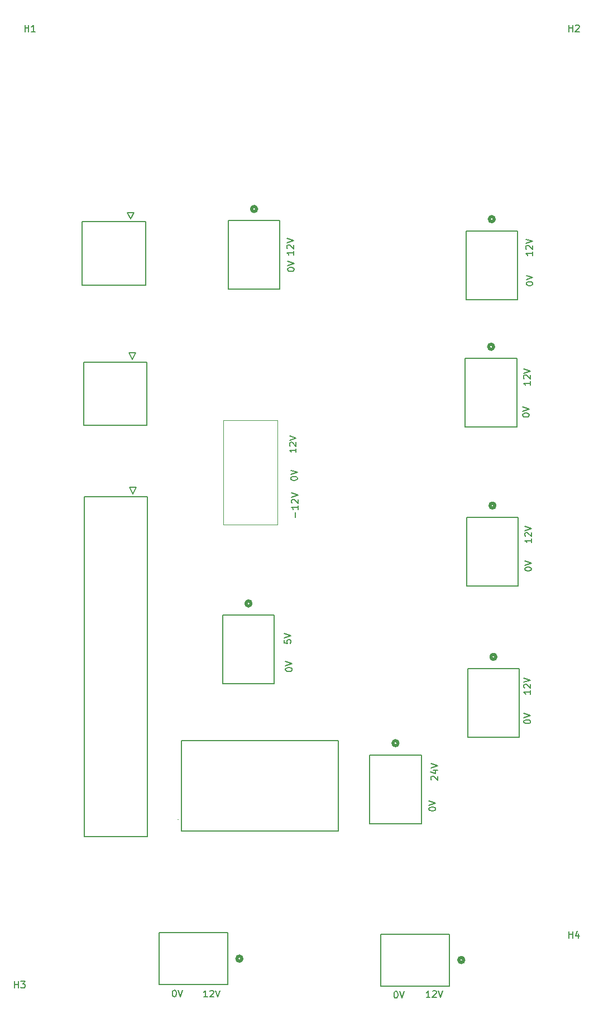
<source format=gbr>
%TF.GenerationSoftware,KiCad,Pcbnew,7.0.8-7.0.8~ubuntu22.04.1*%
%TF.CreationDate,2025-01-17T11:03:05+01:00*%
%TF.ProjectId,supply_interface,73757070-6c79-45f6-996e-746572666163,rev?*%
%TF.SameCoordinates,Original*%
%TF.FileFunction,Legend,Top*%
%TF.FilePolarity,Positive*%
%FSLAX46Y46*%
G04 Gerber Fmt 4.6, Leading zero omitted, Abs format (unit mm)*
G04 Created by KiCad (PCBNEW 7.0.8-7.0.8~ubuntu22.04.1) date 2025-01-17 11:03:05*
%MOMM*%
%LPD*%
G01*
G04 APERTURE LIST*
%ADD10C,0.200000*%
%ADD11C,0.150000*%
%ADD12C,0.127000*%
%ADD13C,0.152400*%
%ADD14C,0.508000*%
%ADD15C,0.100000*%
G04 APERTURE END LIST*
D10*
X66860149Y-171867219D02*
X66955387Y-171867219D01*
X66955387Y-171867219D02*
X67050625Y-171914838D01*
X67050625Y-171914838D02*
X67098244Y-171962457D01*
X67098244Y-171962457D02*
X67145863Y-172057695D01*
X67145863Y-172057695D02*
X67193482Y-172248171D01*
X67193482Y-172248171D02*
X67193482Y-172486266D01*
X67193482Y-172486266D02*
X67145863Y-172676742D01*
X67145863Y-172676742D02*
X67098244Y-172771980D01*
X67098244Y-172771980D02*
X67050625Y-172819600D01*
X67050625Y-172819600D02*
X66955387Y-172867219D01*
X66955387Y-172867219D02*
X66860149Y-172867219D01*
X66860149Y-172867219D02*
X66764911Y-172819600D01*
X66764911Y-172819600D02*
X66717292Y-172771980D01*
X66717292Y-172771980D02*
X66669673Y-172676742D01*
X66669673Y-172676742D02*
X66622054Y-172486266D01*
X66622054Y-172486266D02*
X66622054Y-172248171D01*
X66622054Y-172248171D02*
X66669673Y-172057695D01*
X66669673Y-172057695D02*
X66717292Y-171962457D01*
X66717292Y-171962457D02*
X66764911Y-171914838D01*
X66764911Y-171914838D02*
X66860149Y-171867219D01*
X67479197Y-171867219D02*
X67812530Y-172867219D01*
X67812530Y-172867219D02*
X68145863Y-171867219D01*
X105517219Y-144439850D02*
X105517219Y-144344612D01*
X105517219Y-144344612D02*
X105564838Y-144249374D01*
X105564838Y-144249374D02*
X105612457Y-144201755D01*
X105612457Y-144201755D02*
X105707695Y-144154136D01*
X105707695Y-144154136D02*
X105898171Y-144106517D01*
X105898171Y-144106517D02*
X106136266Y-144106517D01*
X106136266Y-144106517D02*
X106326742Y-144154136D01*
X106326742Y-144154136D02*
X106421980Y-144201755D01*
X106421980Y-144201755D02*
X106469600Y-144249374D01*
X106469600Y-144249374D02*
X106517219Y-144344612D01*
X106517219Y-144344612D02*
X106517219Y-144439850D01*
X106517219Y-144439850D02*
X106469600Y-144535088D01*
X106469600Y-144535088D02*
X106421980Y-144582707D01*
X106421980Y-144582707D02*
X106326742Y-144630326D01*
X106326742Y-144630326D02*
X106136266Y-144677945D01*
X106136266Y-144677945D02*
X105898171Y-144677945D01*
X105898171Y-144677945D02*
X105707695Y-144630326D01*
X105707695Y-144630326D02*
X105612457Y-144582707D01*
X105612457Y-144582707D02*
X105564838Y-144535088D01*
X105564838Y-144535088D02*
X105517219Y-144439850D01*
X105517219Y-143820802D02*
X106517219Y-143487469D01*
X106517219Y-143487469D02*
X105517219Y-143154136D01*
X120067219Y-108039850D02*
X120067219Y-107944612D01*
X120067219Y-107944612D02*
X120114838Y-107849374D01*
X120114838Y-107849374D02*
X120162457Y-107801755D01*
X120162457Y-107801755D02*
X120257695Y-107754136D01*
X120257695Y-107754136D02*
X120448171Y-107706517D01*
X120448171Y-107706517D02*
X120686266Y-107706517D01*
X120686266Y-107706517D02*
X120876742Y-107754136D01*
X120876742Y-107754136D02*
X120971980Y-107801755D01*
X120971980Y-107801755D02*
X121019600Y-107849374D01*
X121019600Y-107849374D02*
X121067219Y-107944612D01*
X121067219Y-107944612D02*
X121067219Y-108039850D01*
X121067219Y-108039850D02*
X121019600Y-108135088D01*
X121019600Y-108135088D02*
X120971980Y-108182707D01*
X120971980Y-108182707D02*
X120876742Y-108230326D01*
X120876742Y-108230326D02*
X120686266Y-108277945D01*
X120686266Y-108277945D02*
X120448171Y-108277945D01*
X120448171Y-108277945D02*
X120257695Y-108230326D01*
X120257695Y-108230326D02*
X120162457Y-108182707D01*
X120162457Y-108182707D02*
X120114838Y-108135088D01*
X120114838Y-108135088D02*
X120067219Y-108039850D01*
X120067219Y-107420802D02*
X121067219Y-107087469D01*
X121067219Y-107087469D02*
X120067219Y-106754136D01*
X105912457Y-139977945D02*
X105864838Y-139930326D01*
X105864838Y-139930326D02*
X105817219Y-139835088D01*
X105817219Y-139835088D02*
X105817219Y-139596993D01*
X105817219Y-139596993D02*
X105864838Y-139501755D01*
X105864838Y-139501755D02*
X105912457Y-139454136D01*
X105912457Y-139454136D02*
X106007695Y-139406517D01*
X106007695Y-139406517D02*
X106102933Y-139406517D01*
X106102933Y-139406517D02*
X106245790Y-139454136D01*
X106245790Y-139454136D02*
X106817219Y-140025564D01*
X106817219Y-140025564D02*
X106817219Y-139406517D01*
X106150552Y-138549374D02*
X106817219Y-138549374D01*
X105769600Y-138787469D02*
X106483885Y-139025564D01*
X106483885Y-139025564D02*
X106483885Y-138406517D01*
X105817219Y-138168421D02*
X106817219Y-137835088D01*
X106817219Y-137835088D02*
X105817219Y-137501755D01*
X84067219Y-62589850D02*
X84067219Y-62494612D01*
X84067219Y-62494612D02*
X84114838Y-62399374D01*
X84114838Y-62399374D02*
X84162457Y-62351755D01*
X84162457Y-62351755D02*
X84257695Y-62304136D01*
X84257695Y-62304136D02*
X84448171Y-62256517D01*
X84448171Y-62256517D02*
X84686266Y-62256517D01*
X84686266Y-62256517D02*
X84876742Y-62304136D01*
X84876742Y-62304136D02*
X84971980Y-62351755D01*
X84971980Y-62351755D02*
X85019600Y-62399374D01*
X85019600Y-62399374D02*
X85067219Y-62494612D01*
X85067219Y-62494612D02*
X85067219Y-62589850D01*
X85067219Y-62589850D02*
X85019600Y-62685088D01*
X85019600Y-62685088D02*
X84971980Y-62732707D01*
X84971980Y-62732707D02*
X84876742Y-62780326D01*
X84876742Y-62780326D02*
X84686266Y-62827945D01*
X84686266Y-62827945D02*
X84448171Y-62827945D01*
X84448171Y-62827945D02*
X84257695Y-62780326D01*
X84257695Y-62780326D02*
X84162457Y-62732707D01*
X84162457Y-62732707D02*
X84114838Y-62685088D01*
X84114838Y-62685088D02*
X84067219Y-62589850D01*
X84067219Y-61970802D02*
X85067219Y-61637469D01*
X85067219Y-61637469D02*
X84067219Y-61304136D01*
X119717219Y-84689850D02*
X119717219Y-84594612D01*
X119717219Y-84594612D02*
X119764838Y-84499374D01*
X119764838Y-84499374D02*
X119812457Y-84451755D01*
X119812457Y-84451755D02*
X119907695Y-84404136D01*
X119907695Y-84404136D02*
X120098171Y-84356517D01*
X120098171Y-84356517D02*
X120336266Y-84356517D01*
X120336266Y-84356517D02*
X120526742Y-84404136D01*
X120526742Y-84404136D02*
X120621980Y-84451755D01*
X120621980Y-84451755D02*
X120669600Y-84499374D01*
X120669600Y-84499374D02*
X120717219Y-84594612D01*
X120717219Y-84594612D02*
X120717219Y-84689850D01*
X120717219Y-84689850D02*
X120669600Y-84785088D01*
X120669600Y-84785088D02*
X120621980Y-84832707D01*
X120621980Y-84832707D02*
X120526742Y-84880326D01*
X120526742Y-84880326D02*
X120336266Y-84927945D01*
X120336266Y-84927945D02*
X120098171Y-84927945D01*
X120098171Y-84927945D02*
X119907695Y-84880326D01*
X119907695Y-84880326D02*
X119812457Y-84832707D01*
X119812457Y-84832707D02*
X119764838Y-84785088D01*
X119764838Y-84785088D02*
X119717219Y-84689850D01*
X119717219Y-84070802D02*
X120717219Y-83737469D01*
X120717219Y-83737469D02*
X119717219Y-83404136D01*
X120917219Y-126406517D02*
X120917219Y-126977945D01*
X120917219Y-126692231D02*
X119917219Y-126692231D01*
X119917219Y-126692231D02*
X120060076Y-126787469D01*
X120060076Y-126787469D02*
X120155314Y-126882707D01*
X120155314Y-126882707D02*
X120202933Y-126977945D01*
X120012457Y-126025564D02*
X119964838Y-125977945D01*
X119964838Y-125977945D02*
X119917219Y-125882707D01*
X119917219Y-125882707D02*
X119917219Y-125644612D01*
X119917219Y-125644612D02*
X119964838Y-125549374D01*
X119964838Y-125549374D02*
X120012457Y-125501755D01*
X120012457Y-125501755D02*
X120107695Y-125454136D01*
X120107695Y-125454136D02*
X120202933Y-125454136D01*
X120202933Y-125454136D02*
X120345790Y-125501755D01*
X120345790Y-125501755D02*
X120917219Y-126073183D01*
X120917219Y-126073183D02*
X120917219Y-125454136D01*
X119917219Y-125168421D02*
X120917219Y-124835088D01*
X120917219Y-124835088D02*
X119917219Y-124501755D01*
X120267219Y-64739850D02*
X120267219Y-64644612D01*
X120267219Y-64644612D02*
X120314838Y-64549374D01*
X120314838Y-64549374D02*
X120362457Y-64501755D01*
X120362457Y-64501755D02*
X120457695Y-64454136D01*
X120457695Y-64454136D02*
X120648171Y-64406517D01*
X120648171Y-64406517D02*
X120886266Y-64406517D01*
X120886266Y-64406517D02*
X121076742Y-64454136D01*
X121076742Y-64454136D02*
X121171980Y-64501755D01*
X121171980Y-64501755D02*
X121219600Y-64549374D01*
X121219600Y-64549374D02*
X121267219Y-64644612D01*
X121267219Y-64644612D02*
X121267219Y-64739850D01*
X121267219Y-64739850D02*
X121219600Y-64835088D01*
X121219600Y-64835088D02*
X121171980Y-64882707D01*
X121171980Y-64882707D02*
X121076742Y-64930326D01*
X121076742Y-64930326D02*
X120886266Y-64977945D01*
X120886266Y-64977945D02*
X120648171Y-64977945D01*
X120648171Y-64977945D02*
X120457695Y-64930326D01*
X120457695Y-64930326D02*
X120362457Y-64882707D01*
X120362457Y-64882707D02*
X120314838Y-64835088D01*
X120314838Y-64835088D02*
X120267219Y-64739850D01*
X120267219Y-64120802D02*
X121267219Y-63787469D01*
X121267219Y-63787469D02*
X120267219Y-63454136D01*
X83567219Y-118754136D02*
X83567219Y-119230326D01*
X83567219Y-119230326D02*
X84043409Y-119277945D01*
X84043409Y-119277945D02*
X83995790Y-119230326D01*
X83995790Y-119230326D02*
X83948171Y-119135088D01*
X83948171Y-119135088D02*
X83948171Y-118896993D01*
X83948171Y-118896993D02*
X83995790Y-118801755D01*
X83995790Y-118801755D02*
X84043409Y-118754136D01*
X84043409Y-118754136D02*
X84138647Y-118706517D01*
X84138647Y-118706517D02*
X84376742Y-118706517D01*
X84376742Y-118706517D02*
X84471980Y-118754136D01*
X84471980Y-118754136D02*
X84519600Y-118801755D01*
X84519600Y-118801755D02*
X84567219Y-118896993D01*
X84567219Y-118896993D02*
X84567219Y-119135088D01*
X84567219Y-119135088D02*
X84519600Y-119230326D01*
X84519600Y-119230326D02*
X84471980Y-119277945D01*
X83567219Y-118420802D02*
X84567219Y-118087469D01*
X84567219Y-118087469D02*
X83567219Y-117754136D01*
X84567219Y-94289850D02*
X84567219Y-94194612D01*
X84567219Y-94194612D02*
X84614838Y-94099374D01*
X84614838Y-94099374D02*
X84662457Y-94051755D01*
X84662457Y-94051755D02*
X84757695Y-94004136D01*
X84757695Y-94004136D02*
X84948171Y-93956517D01*
X84948171Y-93956517D02*
X85186266Y-93956517D01*
X85186266Y-93956517D02*
X85376742Y-94004136D01*
X85376742Y-94004136D02*
X85471980Y-94051755D01*
X85471980Y-94051755D02*
X85519600Y-94099374D01*
X85519600Y-94099374D02*
X85567219Y-94194612D01*
X85567219Y-94194612D02*
X85567219Y-94289850D01*
X85567219Y-94289850D02*
X85519600Y-94385088D01*
X85519600Y-94385088D02*
X85471980Y-94432707D01*
X85471980Y-94432707D02*
X85376742Y-94480326D01*
X85376742Y-94480326D02*
X85186266Y-94527945D01*
X85186266Y-94527945D02*
X84948171Y-94527945D01*
X84948171Y-94527945D02*
X84757695Y-94480326D01*
X84757695Y-94480326D02*
X84662457Y-94432707D01*
X84662457Y-94432707D02*
X84614838Y-94385088D01*
X84614838Y-94385088D02*
X84567219Y-94289850D01*
X84567219Y-93670802D02*
X85567219Y-93337469D01*
X85567219Y-93337469D02*
X84567219Y-93004136D01*
X100460149Y-172067219D02*
X100555387Y-172067219D01*
X100555387Y-172067219D02*
X100650625Y-172114838D01*
X100650625Y-172114838D02*
X100698244Y-172162457D01*
X100698244Y-172162457D02*
X100745863Y-172257695D01*
X100745863Y-172257695D02*
X100793482Y-172448171D01*
X100793482Y-172448171D02*
X100793482Y-172686266D01*
X100793482Y-172686266D02*
X100745863Y-172876742D01*
X100745863Y-172876742D02*
X100698244Y-172971980D01*
X100698244Y-172971980D02*
X100650625Y-173019600D01*
X100650625Y-173019600D02*
X100555387Y-173067219D01*
X100555387Y-173067219D02*
X100460149Y-173067219D01*
X100460149Y-173067219D02*
X100364911Y-173019600D01*
X100364911Y-173019600D02*
X100317292Y-172971980D01*
X100317292Y-172971980D02*
X100269673Y-172876742D01*
X100269673Y-172876742D02*
X100222054Y-172686266D01*
X100222054Y-172686266D02*
X100222054Y-172448171D01*
X100222054Y-172448171D02*
X100269673Y-172257695D01*
X100269673Y-172257695D02*
X100317292Y-172162457D01*
X100317292Y-172162457D02*
X100364911Y-172114838D01*
X100364911Y-172114838D02*
X100460149Y-172067219D01*
X101079197Y-172067219D02*
X101412530Y-173067219D01*
X101412530Y-173067219D02*
X101745863Y-172067219D01*
X85286266Y-100130326D02*
X85286266Y-99368422D01*
X85667219Y-98368422D02*
X85667219Y-98939850D01*
X85667219Y-98654136D02*
X84667219Y-98654136D01*
X84667219Y-98654136D02*
X84810076Y-98749374D01*
X84810076Y-98749374D02*
X84905314Y-98844612D01*
X84905314Y-98844612D02*
X84952933Y-98939850D01*
X84762457Y-97987469D02*
X84714838Y-97939850D01*
X84714838Y-97939850D02*
X84667219Y-97844612D01*
X84667219Y-97844612D02*
X84667219Y-97606517D01*
X84667219Y-97606517D02*
X84714838Y-97511279D01*
X84714838Y-97511279D02*
X84762457Y-97463660D01*
X84762457Y-97463660D02*
X84857695Y-97416041D01*
X84857695Y-97416041D02*
X84952933Y-97416041D01*
X84952933Y-97416041D02*
X85095790Y-97463660D01*
X85095790Y-97463660D02*
X85667219Y-98035088D01*
X85667219Y-98035088D02*
X85667219Y-97416041D01*
X84667219Y-97130326D02*
X85667219Y-96796993D01*
X85667219Y-96796993D02*
X84667219Y-96463660D01*
X105693482Y-172967219D02*
X105122054Y-172967219D01*
X105407768Y-172967219D02*
X105407768Y-171967219D01*
X105407768Y-171967219D02*
X105312530Y-172110076D01*
X105312530Y-172110076D02*
X105217292Y-172205314D01*
X105217292Y-172205314D02*
X105122054Y-172252933D01*
X106074435Y-172062457D02*
X106122054Y-172014838D01*
X106122054Y-172014838D02*
X106217292Y-171967219D01*
X106217292Y-171967219D02*
X106455387Y-171967219D01*
X106455387Y-171967219D02*
X106550625Y-172014838D01*
X106550625Y-172014838D02*
X106598244Y-172062457D01*
X106598244Y-172062457D02*
X106645863Y-172157695D01*
X106645863Y-172157695D02*
X106645863Y-172252933D01*
X106645863Y-172252933D02*
X106598244Y-172395790D01*
X106598244Y-172395790D02*
X106026816Y-172967219D01*
X106026816Y-172967219D02*
X106645863Y-172967219D01*
X106931578Y-171967219D02*
X107264911Y-172967219D01*
X107264911Y-172967219D02*
X107598244Y-171967219D01*
X121067219Y-103406517D02*
X121067219Y-103977945D01*
X121067219Y-103692231D02*
X120067219Y-103692231D01*
X120067219Y-103692231D02*
X120210076Y-103787469D01*
X120210076Y-103787469D02*
X120305314Y-103882707D01*
X120305314Y-103882707D02*
X120352933Y-103977945D01*
X120162457Y-103025564D02*
X120114838Y-102977945D01*
X120114838Y-102977945D02*
X120067219Y-102882707D01*
X120067219Y-102882707D02*
X120067219Y-102644612D01*
X120067219Y-102644612D02*
X120114838Y-102549374D01*
X120114838Y-102549374D02*
X120162457Y-102501755D01*
X120162457Y-102501755D02*
X120257695Y-102454136D01*
X120257695Y-102454136D02*
X120352933Y-102454136D01*
X120352933Y-102454136D02*
X120495790Y-102501755D01*
X120495790Y-102501755D02*
X121067219Y-103073183D01*
X121067219Y-103073183D02*
X121067219Y-102454136D01*
X120067219Y-102168421D02*
X121067219Y-101835088D01*
X121067219Y-101835088D02*
X120067219Y-101501755D01*
X119917219Y-131189850D02*
X119917219Y-131094612D01*
X119917219Y-131094612D02*
X119964838Y-130999374D01*
X119964838Y-130999374D02*
X120012457Y-130951755D01*
X120012457Y-130951755D02*
X120107695Y-130904136D01*
X120107695Y-130904136D02*
X120298171Y-130856517D01*
X120298171Y-130856517D02*
X120536266Y-130856517D01*
X120536266Y-130856517D02*
X120726742Y-130904136D01*
X120726742Y-130904136D02*
X120821980Y-130951755D01*
X120821980Y-130951755D02*
X120869600Y-130999374D01*
X120869600Y-130999374D02*
X120917219Y-131094612D01*
X120917219Y-131094612D02*
X120917219Y-131189850D01*
X120917219Y-131189850D02*
X120869600Y-131285088D01*
X120869600Y-131285088D02*
X120821980Y-131332707D01*
X120821980Y-131332707D02*
X120726742Y-131380326D01*
X120726742Y-131380326D02*
X120536266Y-131427945D01*
X120536266Y-131427945D02*
X120298171Y-131427945D01*
X120298171Y-131427945D02*
X120107695Y-131380326D01*
X120107695Y-131380326D02*
X120012457Y-131332707D01*
X120012457Y-131332707D02*
X119964838Y-131285088D01*
X119964838Y-131285088D02*
X119917219Y-131189850D01*
X119917219Y-130570802D02*
X120917219Y-130237469D01*
X120917219Y-130237469D02*
X119917219Y-129904136D01*
X71943482Y-172917219D02*
X71372054Y-172917219D01*
X71657768Y-172917219D02*
X71657768Y-171917219D01*
X71657768Y-171917219D02*
X71562530Y-172060076D01*
X71562530Y-172060076D02*
X71467292Y-172155314D01*
X71467292Y-172155314D02*
X71372054Y-172202933D01*
X72324435Y-172012457D02*
X72372054Y-171964838D01*
X72372054Y-171964838D02*
X72467292Y-171917219D01*
X72467292Y-171917219D02*
X72705387Y-171917219D01*
X72705387Y-171917219D02*
X72800625Y-171964838D01*
X72800625Y-171964838D02*
X72848244Y-172012457D01*
X72848244Y-172012457D02*
X72895863Y-172107695D01*
X72895863Y-172107695D02*
X72895863Y-172202933D01*
X72895863Y-172202933D02*
X72848244Y-172345790D01*
X72848244Y-172345790D02*
X72276816Y-172917219D01*
X72276816Y-172917219D02*
X72895863Y-172917219D01*
X73181578Y-171917219D02*
X73514911Y-172917219D01*
X73514911Y-172917219D02*
X73848244Y-171917219D01*
X121217219Y-59856517D02*
X121217219Y-60427945D01*
X121217219Y-60142231D02*
X120217219Y-60142231D01*
X120217219Y-60142231D02*
X120360076Y-60237469D01*
X120360076Y-60237469D02*
X120455314Y-60332707D01*
X120455314Y-60332707D02*
X120502933Y-60427945D01*
X120312457Y-59475564D02*
X120264838Y-59427945D01*
X120264838Y-59427945D02*
X120217219Y-59332707D01*
X120217219Y-59332707D02*
X120217219Y-59094612D01*
X120217219Y-59094612D02*
X120264838Y-58999374D01*
X120264838Y-58999374D02*
X120312457Y-58951755D01*
X120312457Y-58951755D02*
X120407695Y-58904136D01*
X120407695Y-58904136D02*
X120502933Y-58904136D01*
X120502933Y-58904136D02*
X120645790Y-58951755D01*
X120645790Y-58951755D02*
X121217219Y-59523183D01*
X121217219Y-59523183D02*
X121217219Y-58904136D01*
X120217219Y-58618421D02*
X121217219Y-58285088D01*
X121217219Y-58285088D02*
X120217219Y-57951755D01*
X83767219Y-123289850D02*
X83767219Y-123194612D01*
X83767219Y-123194612D02*
X83814838Y-123099374D01*
X83814838Y-123099374D02*
X83862457Y-123051755D01*
X83862457Y-123051755D02*
X83957695Y-123004136D01*
X83957695Y-123004136D02*
X84148171Y-122956517D01*
X84148171Y-122956517D02*
X84386266Y-122956517D01*
X84386266Y-122956517D02*
X84576742Y-123004136D01*
X84576742Y-123004136D02*
X84671980Y-123051755D01*
X84671980Y-123051755D02*
X84719600Y-123099374D01*
X84719600Y-123099374D02*
X84767219Y-123194612D01*
X84767219Y-123194612D02*
X84767219Y-123289850D01*
X84767219Y-123289850D02*
X84719600Y-123385088D01*
X84719600Y-123385088D02*
X84671980Y-123432707D01*
X84671980Y-123432707D02*
X84576742Y-123480326D01*
X84576742Y-123480326D02*
X84386266Y-123527945D01*
X84386266Y-123527945D02*
X84148171Y-123527945D01*
X84148171Y-123527945D02*
X83957695Y-123480326D01*
X83957695Y-123480326D02*
X83862457Y-123432707D01*
X83862457Y-123432707D02*
X83814838Y-123385088D01*
X83814838Y-123385088D02*
X83767219Y-123289850D01*
X83767219Y-122670802D02*
X84767219Y-122337469D01*
X84767219Y-122337469D02*
X83767219Y-122004136D01*
X84967219Y-59756517D02*
X84967219Y-60327945D01*
X84967219Y-60042231D02*
X83967219Y-60042231D01*
X83967219Y-60042231D02*
X84110076Y-60137469D01*
X84110076Y-60137469D02*
X84205314Y-60232707D01*
X84205314Y-60232707D02*
X84252933Y-60327945D01*
X84062457Y-59375564D02*
X84014838Y-59327945D01*
X84014838Y-59327945D02*
X83967219Y-59232707D01*
X83967219Y-59232707D02*
X83967219Y-58994612D01*
X83967219Y-58994612D02*
X84014838Y-58899374D01*
X84014838Y-58899374D02*
X84062457Y-58851755D01*
X84062457Y-58851755D02*
X84157695Y-58804136D01*
X84157695Y-58804136D02*
X84252933Y-58804136D01*
X84252933Y-58804136D02*
X84395790Y-58851755D01*
X84395790Y-58851755D02*
X84967219Y-59423183D01*
X84967219Y-59423183D02*
X84967219Y-58804136D01*
X83967219Y-58518421D02*
X84967219Y-58185088D01*
X84967219Y-58185088D02*
X83967219Y-57851755D01*
X120867219Y-79506517D02*
X120867219Y-80077945D01*
X120867219Y-79792231D02*
X119867219Y-79792231D01*
X119867219Y-79792231D02*
X120010076Y-79887469D01*
X120010076Y-79887469D02*
X120105314Y-79982707D01*
X120105314Y-79982707D02*
X120152933Y-80077945D01*
X119962457Y-79125564D02*
X119914838Y-79077945D01*
X119914838Y-79077945D02*
X119867219Y-78982707D01*
X119867219Y-78982707D02*
X119867219Y-78744612D01*
X119867219Y-78744612D02*
X119914838Y-78649374D01*
X119914838Y-78649374D02*
X119962457Y-78601755D01*
X119962457Y-78601755D02*
X120057695Y-78554136D01*
X120057695Y-78554136D02*
X120152933Y-78554136D01*
X120152933Y-78554136D02*
X120295790Y-78601755D01*
X120295790Y-78601755D02*
X120867219Y-79173183D01*
X120867219Y-79173183D02*
X120867219Y-78554136D01*
X119867219Y-78268421D02*
X120867219Y-77935088D01*
X120867219Y-77935088D02*
X119867219Y-77601755D01*
X85367219Y-89706517D02*
X85367219Y-90277945D01*
X85367219Y-89992231D02*
X84367219Y-89992231D01*
X84367219Y-89992231D02*
X84510076Y-90087469D01*
X84510076Y-90087469D02*
X84605314Y-90182707D01*
X84605314Y-90182707D02*
X84652933Y-90277945D01*
X84462457Y-89325564D02*
X84414838Y-89277945D01*
X84414838Y-89277945D02*
X84367219Y-89182707D01*
X84367219Y-89182707D02*
X84367219Y-88944612D01*
X84367219Y-88944612D02*
X84414838Y-88849374D01*
X84414838Y-88849374D02*
X84462457Y-88801755D01*
X84462457Y-88801755D02*
X84557695Y-88754136D01*
X84557695Y-88754136D02*
X84652933Y-88754136D01*
X84652933Y-88754136D02*
X84795790Y-88801755D01*
X84795790Y-88801755D02*
X85367219Y-89373183D01*
X85367219Y-89373183D02*
X85367219Y-88754136D01*
X84367219Y-88468421D02*
X85367219Y-88135088D01*
X85367219Y-88135088D02*
X84367219Y-87801755D01*
D11*
X126738095Y-163954819D02*
X126738095Y-162954819D01*
X126738095Y-163431009D02*
X127309523Y-163431009D01*
X127309523Y-163954819D02*
X127309523Y-162954819D01*
X128214285Y-163288152D02*
X128214285Y-163954819D01*
X127976190Y-162907200D02*
X127738095Y-163621485D01*
X127738095Y-163621485D02*
X128357142Y-163621485D01*
X126738095Y-26454819D02*
X126738095Y-25454819D01*
X126738095Y-25931009D02*
X127309523Y-25931009D01*
X127309523Y-26454819D02*
X127309523Y-25454819D01*
X127738095Y-25550057D02*
X127785714Y-25502438D01*
X127785714Y-25502438D02*
X127880952Y-25454819D01*
X127880952Y-25454819D02*
X128119047Y-25454819D01*
X128119047Y-25454819D02*
X128214285Y-25502438D01*
X128214285Y-25502438D02*
X128261904Y-25550057D01*
X128261904Y-25550057D02*
X128309523Y-25645295D01*
X128309523Y-25645295D02*
X128309523Y-25740533D01*
X128309523Y-25740533D02*
X128261904Y-25883390D01*
X128261904Y-25883390D02*
X127690476Y-26454819D01*
X127690476Y-26454819D02*
X128309523Y-26454819D01*
X42688095Y-171554819D02*
X42688095Y-170554819D01*
X42688095Y-171031009D02*
X43259523Y-171031009D01*
X43259523Y-171554819D02*
X43259523Y-170554819D01*
X43640476Y-170554819D02*
X44259523Y-170554819D01*
X44259523Y-170554819D02*
X43926190Y-170935771D01*
X43926190Y-170935771D02*
X44069047Y-170935771D01*
X44069047Y-170935771D02*
X44164285Y-170983390D01*
X44164285Y-170983390D02*
X44211904Y-171031009D01*
X44211904Y-171031009D02*
X44259523Y-171126247D01*
X44259523Y-171126247D02*
X44259523Y-171364342D01*
X44259523Y-171364342D02*
X44211904Y-171459580D01*
X44211904Y-171459580D02*
X44164285Y-171507200D01*
X44164285Y-171507200D02*
X44069047Y-171554819D01*
X44069047Y-171554819D02*
X43783333Y-171554819D01*
X43783333Y-171554819D02*
X43688095Y-171507200D01*
X43688095Y-171507200D02*
X43640476Y-171459580D01*
X44238095Y-26454819D02*
X44238095Y-25454819D01*
X44238095Y-25931009D02*
X44809523Y-25931009D01*
X44809523Y-26454819D02*
X44809523Y-25454819D01*
X45809523Y-26454819D02*
X45238095Y-26454819D01*
X45523809Y-26454819D02*
X45523809Y-25454819D01*
X45523809Y-25454819D02*
X45428571Y-25597676D01*
X45428571Y-25597676D02*
X45333333Y-25692914D01*
X45333333Y-25692914D02*
X45238095Y-25740533D01*
D12*
%TO.C,J2*%
X61000000Y-75200000D02*
X60500000Y-76200000D01*
X60000000Y-75200000D02*
X61000000Y-75200000D01*
X60500000Y-76200000D02*
X60000000Y-75200000D01*
X62750000Y-76600000D02*
X62750000Y-86200000D01*
X53150000Y-76600000D02*
X62750000Y-76600000D01*
X62750000Y-86200000D02*
X53150000Y-86200000D01*
X53150000Y-86200000D02*
X53150000Y-76600000D01*
D13*
%TO.C,J9*%
X82924300Y-55153000D02*
X75075700Y-55153000D01*
X75075700Y-55153000D02*
X75075700Y-65567000D01*
X82924300Y-65567000D02*
X82924300Y-55153000D01*
X75075700Y-65567000D02*
X82924300Y-65567000D01*
D14*
X79381000Y-53375000D02*
G75*
G03*
X79381000Y-53375000I-381000J0D01*
G01*
D10*
%TO.C,PS1*%
X91760000Y-134000000D02*
X67960000Y-134000000D01*
X67960000Y-134000000D02*
X67960000Y-147700000D01*
D15*
X67460000Y-145960000D02*
X67460000Y-145960000D01*
X67360000Y-145960000D02*
X67360000Y-145960000D01*
D10*
X91760000Y-147700000D02*
X91760000Y-134000000D01*
X67960000Y-147700000D02*
X91760000Y-147700000D01*
D15*
X67360000Y-145960000D02*
G75*
G03*
X67460000Y-145960000I50000J0D01*
G01*
X67460000Y-145960000D02*
G75*
G03*
X67360000Y-145960000I-50000J0D01*
G01*
D13*
%TO.C,J6*%
X119224300Y-123093000D02*
X111375700Y-123093000D01*
X111375700Y-123093000D02*
X111375700Y-133507000D01*
X119224300Y-133507000D02*
X119224300Y-123093000D01*
X111375700Y-133507000D02*
X119224300Y-133507000D01*
D14*
X115681000Y-121315000D02*
G75*
G03*
X115681000Y-121315000I-381000J0D01*
G01*
D13*
%TO.C,J11*%
X118974300Y-56693000D02*
X111125700Y-56693000D01*
X111125700Y-56693000D02*
X111125700Y-67107000D01*
X118974300Y-67107000D02*
X118974300Y-56693000D01*
X111125700Y-67107000D02*
X118974300Y-67107000D01*
D14*
X115431000Y-54915000D02*
G75*
G03*
X115431000Y-54915000I-381000J0D01*
G01*
D12*
%TO.C,J1*%
X61090000Y-95610000D02*
X60590000Y-96610000D01*
X60090000Y-95610000D02*
X61090000Y-95610000D01*
X60590000Y-96610000D02*
X60090000Y-95610000D01*
X62840000Y-97010000D02*
X62840000Y-148610000D01*
X53240000Y-97010000D02*
X62840000Y-97010000D01*
X62840000Y-148610000D02*
X53240000Y-148610000D01*
X53240000Y-148610000D02*
X53240000Y-97010000D01*
%TO.C,J7*%
X60800000Y-53900000D02*
X60300000Y-54900000D01*
X59800000Y-53900000D02*
X60800000Y-53900000D01*
X60300000Y-54900000D02*
X59800000Y-53900000D01*
X62550000Y-55300000D02*
X62550000Y-64900000D01*
X52950000Y-55300000D02*
X62550000Y-55300000D01*
X62550000Y-64900000D02*
X52950000Y-64900000D01*
X52950000Y-64900000D02*
X52950000Y-55300000D01*
D15*
%TO.C,J5*%
X74350000Y-101270000D02*
X74350000Y-85430000D01*
X82550000Y-101270000D02*
X74350000Y-101270000D01*
X74350000Y-85430000D02*
X82550000Y-85430000D01*
X82550000Y-85430000D02*
X82550000Y-101270000D01*
D13*
%TO.C,J4*%
X74997000Y-171024300D02*
X74997000Y-163175700D01*
X74997000Y-163175700D02*
X64583000Y-163175700D01*
X64583000Y-171024300D02*
X74997000Y-171024300D01*
X64583000Y-163175700D02*
X64583000Y-171024300D01*
D14*
X77156000Y-167100000D02*
G75*
G03*
X77156000Y-167100000I-381000J0D01*
G01*
D13*
%TO.C,J3*%
X108647000Y-171234300D02*
X108647000Y-163385700D01*
X108647000Y-163385700D02*
X98233000Y-163385700D01*
X98233000Y-171234300D02*
X108647000Y-171234300D01*
X98233000Y-163385700D02*
X98233000Y-171234300D01*
D14*
X110806000Y-167310000D02*
G75*
G03*
X110806000Y-167310000I-381000J0D01*
G01*
D13*
%TO.C,J12*%
X82074300Y-114997900D02*
X74225700Y-114997900D01*
X74225700Y-114997900D02*
X74225700Y-125411900D01*
X82074300Y-125411900D02*
X82074300Y-114997900D01*
X74225700Y-125411900D02*
X82074300Y-125411900D01*
D14*
X78531000Y-113219900D02*
G75*
G03*
X78531000Y-113219900I-381000J0D01*
G01*
D13*
%TO.C,J10*%
X104364300Y-136193000D02*
X96515700Y-136193000D01*
X96515700Y-136193000D02*
X96515700Y-146607000D01*
X104364300Y-146607000D02*
X104364300Y-136193000D01*
X96515700Y-146607000D02*
X104364300Y-146607000D01*
D14*
X100821000Y-134415000D02*
G75*
G03*
X100821000Y-134415000I-381000J0D01*
G01*
D13*
%TO.C,J8*%
X119074300Y-100143000D02*
X111225700Y-100143000D01*
X111225700Y-100143000D02*
X111225700Y-110557000D01*
X119074300Y-110557000D02*
X119074300Y-100143000D01*
X111225700Y-110557000D02*
X119074300Y-110557000D01*
D14*
X115531000Y-98365000D02*
G75*
G03*
X115531000Y-98365000I-381000J0D01*
G01*
D13*
%TO.C,J13*%
X118874300Y-76053000D02*
X111025700Y-76053000D01*
X111025700Y-76053000D02*
X111025700Y-86467000D01*
X118874300Y-86467000D02*
X118874300Y-76053000D01*
X111025700Y-86467000D02*
X118874300Y-86467000D01*
D14*
X115331000Y-74275000D02*
G75*
G03*
X115331000Y-74275000I-381000J0D01*
G01*
%TD*%
M02*

</source>
